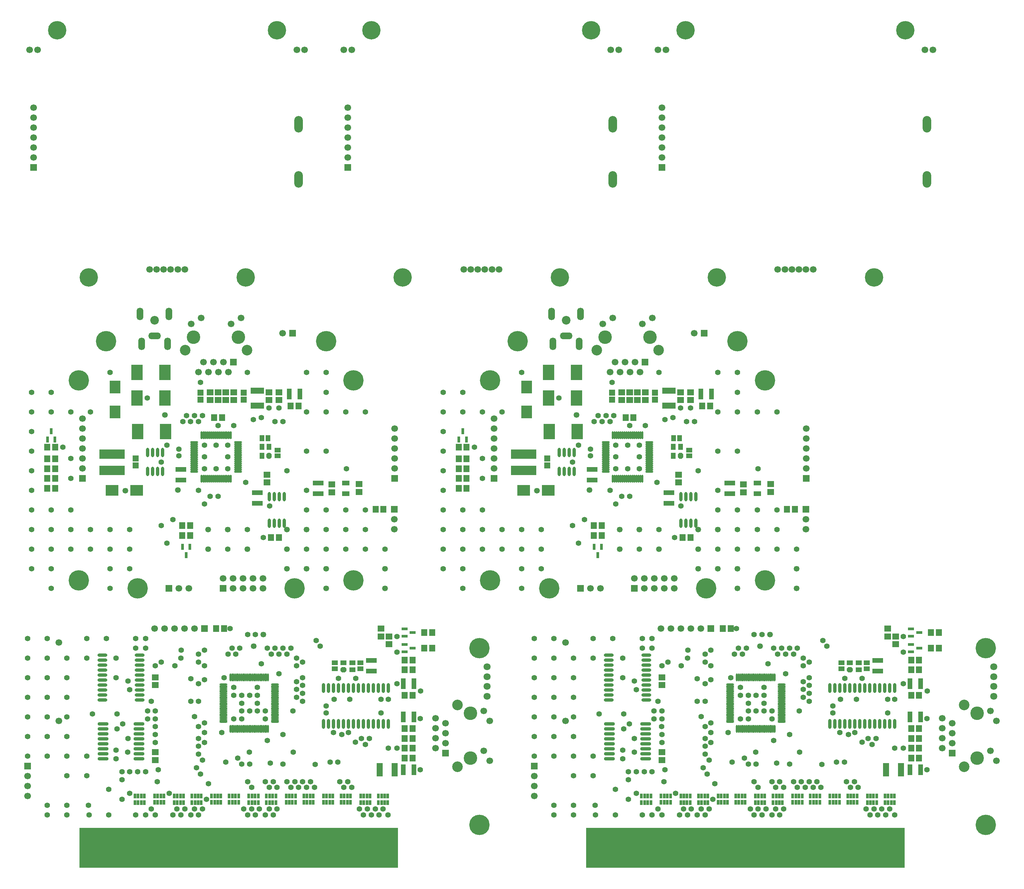
<source format=gts>
%FSLAX42Y42*%
%MOMM*%
G71*
G01*
G75*
G04 Layer_Color=8388736*
%ADD10C,0.20*%
%ADD11C,0.40*%
%ADD12O,1.27X7.62*%
%ADD13R,1.30X1.10*%
G04:AMPARAMS|DCode=14|XSize=1.3mm|YSize=1.1mm|CornerRadius=0mm|HoleSize=0mm|Usage=FLASHONLY|Rotation=360.000|XOffset=0mm|YOffset=0mm|HoleType=Round|Shape=Octagon|*
%AMOCTAGOND14*
4,1,8,0.65,-0.28,0.65,0.28,0.38,0.55,-0.38,0.55,-0.65,0.28,-0.65,-0.28,-0.38,-0.55,0.38,-0.55,0.65,-0.28,0.0*
%
%ADD14OCTAGOND14*%

%ADD15O,2.60X0.70*%
%ADD16R,1.40X3.30*%
%ADD17R,1.50X1.40*%
%ADD18R,1.40X1.50*%
%ADD19R,1.30X0.60*%
%ADD20R,1.40X1.10*%
%ADD21R,2.60X1.10*%
%ADD22R,1.10X2.60*%
%ADD23O,0.60X2.30*%
%ADD24O,2.30X0.70*%
%ADD25O,0.24X1.80*%
%ADD26O,1.80X0.24*%
%ADD27R,0.50X1.00*%
%ADD28C,0.50*%
%ADD29C,0.25*%
%ADD30C,1.00*%
%ADD31R,2.79X3.81*%
%ADD32R,2.50X3.00*%
%ADD33O,0.30X1.80*%
%ADD34O,1.80X0.30*%
%ADD35R,1.10X1.30*%
G04:AMPARAMS|DCode=36|XSize=1.3mm|YSize=1.1mm|CornerRadius=0mm|HoleSize=0mm|Usage=FLASHONLY|Rotation=90.000|XOffset=0mm|YOffset=0mm|HoleType=Round|Shape=Octagon|*
%AMOCTAGOND36*
4,1,8,0.28,0.65,-0.28,0.65,-0.55,0.38,-0.55,-0.38,-0.28,-0.65,0.28,-0.65,0.55,-0.38,0.55,0.38,0.28,0.65,0.0*
%
%ADD36OCTAGOND36*%

%ADD37O,0.60X2.20*%
%ADD38R,0.60X1.30*%
%ADD39R,6.30X2.15*%
%ADD40R,3.30X1.40*%
%ADD41R,3.00X2.50*%
%ADD42R,1.40X1.40*%
%ADD43R,1.10X1.40*%
%ADD44R,1.70X1.10*%
%ADD45C,0.25*%
%ADD46C,2.00*%
%ADD47C,0.30*%
%ADD48C,1.60*%
%ADD49C,5.00*%
%ADD50C,1.50*%
%ADD51R,1.50X1.50*%
%ADD52R,1.50X1.50*%
%ADD53C,3.25*%
%ADD54C,2.50*%
%ADD55C,1.20*%
%ADD56C,1.27*%
%ADD57O,1.50X3.00*%
%ADD58O,3.00X1.50*%
%ADD59C,2.00*%
%ADD60O,2.00X4.00*%
%ADD61C,4.50*%
%ADD62R,81.12X10.16*%
%ADD63O,1.47X7.82*%
%ADD64R,1.50X1.30*%
G04:AMPARAMS|DCode=65|XSize=1.5mm|YSize=1.3mm|CornerRadius=0mm|HoleSize=0mm|Usage=FLASHONLY|Rotation=360.000|XOffset=0mm|YOffset=0mm|HoleType=Round|Shape=Octagon|*
%AMOCTAGOND65*
4,1,8,0.75,-0.33,0.75,0.33,0.43,0.65,-0.43,0.65,-0.75,0.33,-0.75,-0.33,-0.43,-0.65,0.43,-0.65,0.75,-0.33,0.0*
%
%ADD65OCTAGOND65*%

%ADD66O,2.80X0.90*%
%ADD67R,1.60X3.50*%
%ADD68R,1.70X1.60*%
%ADD69R,1.60X1.70*%
%ADD70R,1.50X0.80*%
%ADD71R,1.60X1.30*%
%ADD72R,2.80X1.30*%
%ADD73R,1.30X2.80*%
%ADD74O,0.80X2.50*%
%ADD75O,2.50X0.90*%
%ADD76O,0.44X2.00*%
%ADD77O,2.00X0.44*%
%ADD78R,0.70X1.20*%
%ADD79R,3.00X4.01*%
%ADD80R,2.70X3.20*%
%ADD81O,0.50X2.00*%
%ADD82O,2.00X0.50*%
%ADD83R,1.30X1.50*%
G04:AMPARAMS|DCode=84|XSize=1.5mm|YSize=1.3mm|CornerRadius=0mm|HoleSize=0mm|Usage=FLASHONLY|Rotation=90.000|XOffset=0mm|YOffset=0mm|HoleType=Round|Shape=Octagon|*
%AMOCTAGOND84*
4,1,8,0.33,0.75,-0.33,0.75,-0.65,0.43,-0.65,-0.43,-0.33,-0.75,0.33,-0.75,0.65,-0.43,0.65,0.43,0.33,0.75,0.0*
%
%ADD84OCTAGOND84*%

%ADD85O,0.80X2.40*%
%ADD86R,0.80X1.50*%
%ADD87R,6.50X2.35*%
%ADD88R,3.50X1.60*%
%ADD89R,3.20X2.70*%
%ADD90R,1.60X1.60*%
%ADD91R,1.30X1.60*%
%ADD92R,1.90X1.30*%
%ADD93C,1.80*%
%ADD94C,5.20*%
%ADD95C,1.70*%
%ADD96R,1.70X1.70*%
%ADD97R,1.70X1.70*%
%ADD98C,3.45*%
%ADD99C,2.70*%
%ADD100C,1.40*%
%ADD101C,1.47*%
%ADD102O,1.70X3.20*%
%ADD103O,3.20X1.70*%
%ADD104C,2.20*%
%ADD105O,2.20X4.20*%
%ADD106C,4.70*%
D62*
X18323Y9957D02*
D03*
X31223D02*
D03*
D63*
X14505Y10020D02*
D03*
X14759D02*
D03*
X15013D02*
D03*
X15267D02*
D03*
X15521D02*
D03*
X15775D02*
D03*
X16029D02*
D03*
X16283D02*
D03*
X16537D02*
D03*
X16791D02*
D03*
X17045D02*
D03*
X17299D02*
D03*
X17553D02*
D03*
X17807D02*
D03*
X18061D02*
D03*
X18315D02*
D03*
X18569D02*
D03*
X18823D02*
D03*
X19077D02*
D03*
X19331D02*
D03*
X19585D02*
D03*
X19839D02*
D03*
X20093D02*
D03*
X20347D02*
D03*
X20601D02*
D03*
X20855D02*
D03*
X21109D02*
D03*
X21363D02*
D03*
X21617D02*
D03*
X21871D02*
D03*
X22125D02*
D03*
X27405D02*
D03*
X27659D02*
D03*
X27913D02*
D03*
X28167D02*
D03*
X28421D02*
D03*
X28675D02*
D03*
X28929D02*
D03*
X29183D02*
D03*
X29437D02*
D03*
X29691D02*
D03*
X29945D02*
D03*
X30199D02*
D03*
X30453D02*
D03*
X30707D02*
D03*
X30961D02*
D03*
X31215D02*
D03*
X31469D02*
D03*
X31723D02*
D03*
X31977D02*
D03*
X32231D02*
D03*
X32485D02*
D03*
X32739D02*
D03*
X32993D02*
D03*
X33247D02*
D03*
X33501D02*
D03*
X33755D02*
D03*
X34009D02*
D03*
X34263D02*
D03*
X34517D02*
D03*
X34771D02*
D03*
X35025D02*
D03*
D64*
X20985Y14675D02*
D03*
X21215Y14495D02*
D03*
Y14675D02*
D03*
X33885D02*
D03*
X34115Y14495D02*
D03*
Y14675D02*
D03*
D65*
X20985Y14495D02*
D03*
X33885D02*
D03*
D66*
X15784Y12227D02*
D03*
Y12354D02*
D03*
Y12481D02*
D03*
Y12608D02*
D03*
Y12735D02*
D03*
Y12862D02*
D03*
Y12989D02*
D03*
Y13116D02*
D03*
X14864Y12227D02*
D03*
Y12354D02*
D03*
Y12481D02*
D03*
Y12608D02*
D03*
Y12735D02*
D03*
Y12862D02*
D03*
Y12989D02*
D03*
Y13116D02*
D03*
X28684Y12227D02*
D03*
Y12354D02*
D03*
Y12481D02*
D03*
Y12608D02*
D03*
Y12735D02*
D03*
Y12862D02*
D03*
Y12989D02*
D03*
Y13116D02*
D03*
X27764Y12227D02*
D03*
Y12354D02*
D03*
Y12481D02*
D03*
Y12608D02*
D03*
Y12735D02*
D03*
Y12862D02*
D03*
Y12989D02*
D03*
Y13116D02*
D03*
D67*
X21909Y11946D02*
D03*
X22289D02*
D03*
X34809D02*
D03*
X35189D02*
D03*
D68*
X22149Y15346D02*
D03*
Y15146D02*
D03*
X21949Y15346D02*
D03*
Y15546D02*
D03*
X16199Y12196D02*
D03*
Y12396D02*
D03*
X16199Y14306D02*
D03*
Y14106D02*
D03*
X35049Y15346D02*
D03*
Y15146D02*
D03*
X34849Y15346D02*
D03*
Y15546D02*
D03*
X29099Y12196D02*
D03*
Y12396D02*
D03*
X29099Y14306D02*
D03*
Y14106D02*
D03*
X19046Y19271D02*
D03*
Y19471D02*
D03*
X21386Y19231D02*
D03*
Y19031D02*
D03*
X20696Y19021D02*
D03*
Y19221D02*
D03*
X18196Y21371D02*
D03*
Y21571D02*
D03*
X17996Y21371D02*
D03*
Y21571D02*
D03*
X17796Y21371D02*
D03*
Y21571D02*
D03*
X17596Y21371D02*
D03*
Y21571D02*
D03*
X19346Y21371D02*
D03*
Y21571D02*
D03*
X19096Y21371D02*
D03*
Y21571D02*
D03*
X29526Y19271D02*
D03*
Y19471D02*
D03*
X31866Y19231D02*
D03*
Y19031D02*
D03*
X31176Y19021D02*
D03*
Y19221D02*
D03*
X28676Y21371D02*
D03*
Y21571D02*
D03*
X28476Y21371D02*
D03*
Y21571D02*
D03*
X28276Y21371D02*
D03*
Y21571D02*
D03*
X28076Y21371D02*
D03*
Y21571D02*
D03*
X29826Y21371D02*
D03*
Y21571D02*
D03*
X29576Y21371D02*
D03*
Y21571D02*
D03*
D69*
X23049Y15046D02*
D03*
X23249D02*
D03*
X23049Y15446D02*
D03*
X23249D02*
D03*
X22549Y12996D02*
D03*
X22749D02*
D03*
X22549Y12746D02*
D03*
X22749D02*
D03*
X22549Y12496D02*
D03*
X22749D02*
D03*
X22549Y12246D02*
D03*
X22749D02*
D03*
Y13846D02*
D03*
X22549D02*
D03*
X22549Y14496D02*
D03*
X22749D02*
D03*
X22549Y14746D02*
D03*
X22749D02*
D03*
X17749Y15546D02*
D03*
X17949D02*
D03*
X35949Y15046D02*
D03*
X36149D02*
D03*
X35949Y15446D02*
D03*
X36149D02*
D03*
X35449Y12996D02*
D03*
X35649D02*
D03*
X35449Y12746D02*
D03*
X35649D02*
D03*
X35449Y12496D02*
D03*
X35649D02*
D03*
X35449Y12246D02*
D03*
X35649D02*
D03*
Y13846D02*
D03*
X35449D02*
D03*
X35449Y14496D02*
D03*
X35649D02*
D03*
X35449Y14746D02*
D03*
X35649D02*
D03*
X30649Y15546D02*
D03*
X30849D02*
D03*
X21807Y18583D02*
D03*
X22007D02*
D03*
X19846Y21221D02*
D03*
X19646D02*
D03*
X19146Y17871D02*
D03*
X19346D02*
D03*
X13646Y19121D02*
D03*
X13446D02*
D03*
X13646Y19621D02*
D03*
X13446D02*
D03*
Y19371D02*
D03*
X13646D02*
D03*
X13446Y19871D02*
D03*
X13646D02*
D03*
X17696Y20921D02*
D03*
X17896D02*
D03*
X13646Y20171D02*
D03*
X13446D02*
D03*
X17086Y17921D02*
D03*
X16886D02*
D03*
Y18171D02*
D03*
X17086D02*
D03*
X32287Y18583D02*
D03*
X32487D02*
D03*
X30326Y21221D02*
D03*
X30126D02*
D03*
X29626Y17871D02*
D03*
X29826D02*
D03*
X24126Y19121D02*
D03*
X23926D02*
D03*
X24126Y19621D02*
D03*
X23926D02*
D03*
Y19371D02*
D03*
X24126D02*
D03*
X23926Y19871D02*
D03*
X24126D02*
D03*
X28176Y20921D02*
D03*
X28376D02*
D03*
X24126Y20171D02*
D03*
X23926D02*
D03*
X27566Y17921D02*
D03*
X27366D02*
D03*
Y18171D02*
D03*
X27566D02*
D03*
D70*
X22544Y15141D02*
D03*
Y14951D02*
D03*
X22754Y15046D02*
D03*
X22544Y15541D02*
D03*
Y15351D02*
D03*
X22754Y15446D02*
D03*
X35444Y15141D02*
D03*
Y14951D02*
D03*
X35654Y15046D02*
D03*
X35444Y15541D02*
D03*
Y15351D02*
D03*
X35654Y15446D02*
D03*
D71*
X20769Y14671D02*
D03*
Y14521D02*
D03*
X21419Y14671D02*
D03*
Y14521D02*
D03*
X33669Y14671D02*
D03*
Y14521D02*
D03*
X34319Y14671D02*
D03*
Y14521D02*
D03*
X19316Y19946D02*
D03*
Y20096D02*
D03*
X29796Y19946D02*
D03*
Y20096D02*
D03*
D72*
X21699Y14731D02*
D03*
Y14461D02*
D03*
X34599Y14731D02*
D03*
Y14461D02*
D03*
X20346Y19256D02*
D03*
Y18986D02*
D03*
X16846Y19606D02*
D03*
Y19336D02*
D03*
X18796Y19006D02*
D03*
Y18736D02*
D03*
X30826Y19256D02*
D03*
Y18986D02*
D03*
X27326Y19606D02*
D03*
Y19336D02*
D03*
X29276Y19006D02*
D03*
Y18736D02*
D03*
D73*
X22784Y14146D02*
D03*
X22514D02*
D03*
X22784Y13296D02*
D03*
X22514D02*
D03*
X22784Y11946D02*
D03*
X22514D02*
D03*
X35684Y14146D02*
D03*
X35414D02*
D03*
X35684Y13296D02*
D03*
X35414D02*
D03*
X35684Y11946D02*
D03*
X35414D02*
D03*
X19611Y21521D02*
D03*
X19881D02*
D03*
X30091D02*
D03*
X30361D02*
D03*
D74*
X20477Y13120D02*
D03*
X20604D02*
D03*
X20731D02*
D03*
X20858D02*
D03*
X20985D02*
D03*
X21112D02*
D03*
X21239D02*
D03*
X21366D02*
D03*
X21493D02*
D03*
X21620D02*
D03*
X21747D02*
D03*
X21874D02*
D03*
X22001D02*
D03*
X22128D02*
D03*
X20477Y14030D02*
D03*
X20604D02*
D03*
X20731D02*
D03*
X20858D02*
D03*
X20985D02*
D03*
X21112D02*
D03*
X21239D02*
D03*
X21366D02*
D03*
X21493D02*
D03*
X21620D02*
D03*
X21747D02*
D03*
X21874D02*
D03*
X22001D02*
D03*
X22128D02*
D03*
X33377Y13120D02*
D03*
X33504D02*
D03*
X33631D02*
D03*
X33758D02*
D03*
X33885D02*
D03*
X34012D02*
D03*
X34139D02*
D03*
X34266D02*
D03*
X34393D02*
D03*
X34520D02*
D03*
X34647D02*
D03*
X34774D02*
D03*
X34901D02*
D03*
X35028D02*
D03*
X33377Y14030D02*
D03*
X33504D02*
D03*
X33631D02*
D03*
X33758D02*
D03*
X33885D02*
D03*
X34012D02*
D03*
X34139D02*
D03*
X34266D02*
D03*
X34393D02*
D03*
X34520D02*
D03*
X34647D02*
D03*
X34774D02*
D03*
X34901D02*
D03*
X35028D02*
D03*
D75*
X15799Y13725D02*
D03*
Y13852D02*
D03*
Y13979D02*
D03*
Y14106D02*
D03*
Y14233D02*
D03*
Y14360D02*
D03*
Y14487D02*
D03*
Y14614D02*
D03*
Y14741D02*
D03*
Y14868D02*
D03*
X14849Y13725D02*
D03*
Y13852D02*
D03*
Y13979D02*
D03*
Y14106D02*
D03*
Y14233D02*
D03*
Y14360D02*
D03*
Y14487D02*
D03*
Y14614D02*
D03*
Y14741D02*
D03*
Y14868D02*
D03*
X28699Y13725D02*
D03*
Y13852D02*
D03*
Y13979D02*
D03*
Y14106D02*
D03*
Y14233D02*
D03*
Y14360D02*
D03*
Y14487D02*
D03*
Y14614D02*
D03*
Y14741D02*
D03*
Y14868D02*
D03*
X27749Y13725D02*
D03*
Y13852D02*
D03*
Y13979D02*
D03*
Y14106D02*
D03*
Y14233D02*
D03*
Y14360D02*
D03*
Y14487D02*
D03*
Y14614D02*
D03*
Y14741D02*
D03*
Y14868D02*
D03*
D76*
X19069Y14301D02*
D03*
X19029D02*
D03*
X18989D02*
D03*
X18949D02*
D03*
X18909D02*
D03*
X18869D02*
D03*
X18829D02*
D03*
X18789D02*
D03*
X18749D02*
D03*
X18709D02*
D03*
X18669D02*
D03*
X18629D02*
D03*
X18589D02*
D03*
X18549D02*
D03*
X18509D02*
D03*
X18469D02*
D03*
X18429D02*
D03*
X18389D02*
D03*
X18349D02*
D03*
X18309D02*
D03*
X18269D02*
D03*
X18229D02*
D03*
X18189D02*
D03*
X18149D02*
D03*
X18109D02*
D03*
Y12991D02*
D03*
X18149D02*
D03*
X18189D02*
D03*
X18229D02*
D03*
X18269D02*
D03*
X18309D02*
D03*
X18349D02*
D03*
X18389D02*
D03*
X18429D02*
D03*
X18469D02*
D03*
X18509D02*
D03*
X18549D02*
D03*
X18589D02*
D03*
X18629D02*
D03*
X18669D02*
D03*
X18709D02*
D03*
X18749D02*
D03*
X18789D02*
D03*
X18829D02*
D03*
X18869D02*
D03*
X18909D02*
D03*
X18949D02*
D03*
X18989D02*
D03*
X19029D02*
D03*
X19069D02*
D03*
X31969Y14301D02*
D03*
X31929D02*
D03*
X31889D02*
D03*
X31849D02*
D03*
X31809D02*
D03*
X31769D02*
D03*
X31729D02*
D03*
X31689D02*
D03*
X31649D02*
D03*
X31609D02*
D03*
X31569D02*
D03*
X31529D02*
D03*
X31489D02*
D03*
X31449D02*
D03*
X31409D02*
D03*
X31369D02*
D03*
X31329D02*
D03*
X31289D02*
D03*
X31249D02*
D03*
X31209D02*
D03*
X31169D02*
D03*
X31129D02*
D03*
X31089D02*
D03*
X31049D02*
D03*
X31009D02*
D03*
Y12991D02*
D03*
X31049D02*
D03*
X31089D02*
D03*
X31129D02*
D03*
X31169D02*
D03*
X31209D02*
D03*
X31249D02*
D03*
X31289D02*
D03*
X31329D02*
D03*
X31369D02*
D03*
X31409D02*
D03*
X31449D02*
D03*
X31489D02*
D03*
X31529D02*
D03*
X31569D02*
D03*
X31609D02*
D03*
X31649D02*
D03*
X31689D02*
D03*
X31729D02*
D03*
X31769D02*
D03*
X31809D02*
D03*
X31849D02*
D03*
X31889D02*
D03*
X31929D02*
D03*
X31969D02*
D03*
D77*
X17934Y14126D02*
D03*
Y14086D02*
D03*
Y14046D02*
D03*
Y14006D02*
D03*
Y13966D02*
D03*
Y13926D02*
D03*
Y13886D02*
D03*
Y13846D02*
D03*
Y13806D02*
D03*
Y13766D02*
D03*
Y13726D02*
D03*
Y13686D02*
D03*
Y13646D02*
D03*
Y13606D02*
D03*
Y13566D02*
D03*
Y13526D02*
D03*
Y13486D02*
D03*
Y13446D02*
D03*
Y13406D02*
D03*
Y13366D02*
D03*
Y13326D02*
D03*
Y13286D02*
D03*
Y13246D02*
D03*
Y13206D02*
D03*
Y13166D02*
D03*
X19244D02*
D03*
Y13206D02*
D03*
Y13246D02*
D03*
Y13286D02*
D03*
Y13326D02*
D03*
Y13366D02*
D03*
Y13406D02*
D03*
Y13446D02*
D03*
Y13486D02*
D03*
Y13526D02*
D03*
Y13566D02*
D03*
Y13606D02*
D03*
Y13646D02*
D03*
Y13686D02*
D03*
Y13726D02*
D03*
Y13766D02*
D03*
Y13806D02*
D03*
Y13846D02*
D03*
Y13886D02*
D03*
Y13926D02*
D03*
Y13966D02*
D03*
Y14006D02*
D03*
Y14046D02*
D03*
Y14086D02*
D03*
Y14126D02*
D03*
X30834D02*
D03*
Y14086D02*
D03*
Y14046D02*
D03*
Y14006D02*
D03*
Y13966D02*
D03*
Y13926D02*
D03*
Y13886D02*
D03*
Y13846D02*
D03*
Y13806D02*
D03*
Y13766D02*
D03*
Y13726D02*
D03*
Y13686D02*
D03*
Y13646D02*
D03*
Y13606D02*
D03*
Y13566D02*
D03*
Y13526D02*
D03*
Y13486D02*
D03*
Y13446D02*
D03*
Y13406D02*
D03*
Y13366D02*
D03*
Y13326D02*
D03*
Y13286D02*
D03*
Y13246D02*
D03*
Y13206D02*
D03*
Y13166D02*
D03*
X32144D02*
D03*
Y13206D02*
D03*
Y13246D02*
D03*
Y13286D02*
D03*
Y13326D02*
D03*
Y13366D02*
D03*
Y13406D02*
D03*
Y13446D02*
D03*
Y13486D02*
D03*
Y13526D02*
D03*
Y13566D02*
D03*
Y13606D02*
D03*
Y13646D02*
D03*
Y13686D02*
D03*
Y13726D02*
D03*
Y13766D02*
D03*
Y13806D02*
D03*
Y13846D02*
D03*
Y13886D02*
D03*
Y13926D02*
D03*
Y13966D02*
D03*
Y14006D02*
D03*
Y14046D02*
D03*
Y14086D02*
D03*
Y14126D02*
D03*
D78*
X22119Y11114D02*
D03*
X22039D02*
D03*
X21959D02*
D03*
X21879D02*
D03*
Y11276D02*
D03*
X21959D02*
D03*
X22039D02*
D03*
X22119D02*
D03*
X21669D02*
D03*
X21589D02*
D03*
X21509D02*
D03*
X21429D02*
D03*
Y11114D02*
D03*
X21509D02*
D03*
X21589D02*
D03*
X21669D02*
D03*
X19269D02*
D03*
X19189D02*
D03*
X19109D02*
D03*
X19029D02*
D03*
Y11276D02*
D03*
X19109D02*
D03*
X19189D02*
D03*
X19269D02*
D03*
X18819D02*
D03*
X18739D02*
D03*
X18659D02*
D03*
X18579D02*
D03*
Y11114D02*
D03*
X18659D02*
D03*
X18739D02*
D03*
X18819D02*
D03*
X17369D02*
D03*
X17289D02*
D03*
X17209D02*
D03*
X17129D02*
D03*
Y11276D02*
D03*
X17209D02*
D03*
X17289D02*
D03*
X17369D02*
D03*
X16919D02*
D03*
X16839D02*
D03*
X16759D02*
D03*
X16679D02*
D03*
Y11114D02*
D03*
X16759D02*
D03*
X16839D02*
D03*
X16919D02*
D03*
X16179Y11279D02*
D03*
X16259D02*
D03*
X16339D02*
D03*
X16419D02*
D03*
Y11116D02*
D03*
X16339D02*
D03*
X16259D02*
D03*
X16179D02*
D03*
X20929D02*
D03*
X21009D02*
D03*
X21089D02*
D03*
X21169D02*
D03*
Y11279D02*
D03*
X21089D02*
D03*
X21009D02*
D03*
X20929D02*
D03*
X20479D02*
D03*
X20559D02*
D03*
X20639D02*
D03*
X20719D02*
D03*
Y11116D02*
D03*
X20639D02*
D03*
X20559D02*
D03*
X20479D02*
D03*
X19979D02*
D03*
X20059D02*
D03*
X20139D02*
D03*
X20219D02*
D03*
Y11279D02*
D03*
X20139D02*
D03*
X20059D02*
D03*
X19979D02*
D03*
X19529D02*
D03*
X19609D02*
D03*
X19689D02*
D03*
X19769D02*
D03*
Y11116D02*
D03*
X19689D02*
D03*
X19609D02*
D03*
X19529D02*
D03*
X18079D02*
D03*
X18159D02*
D03*
X18239D02*
D03*
X18319D02*
D03*
Y11279D02*
D03*
X18239D02*
D03*
X18159D02*
D03*
X18079D02*
D03*
X17629D02*
D03*
X17709D02*
D03*
X17789D02*
D03*
X17869D02*
D03*
Y11116D02*
D03*
X17789D02*
D03*
X17709D02*
D03*
X17629D02*
D03*
X15919Y11276D02*
D03*
X15839D02*
D03*
X15759D02*
D03*
X15679D02*
D03*
Y11114D02*
D03*
X15759D02*
D03*
X15839D02*
D03*
X15919D02*
D03*
X35019D02*
D03*
X34939D02*
D03*
X34859D02*
D03*
X34779D02*
D03*
Y11276D02*
D03*
X34859D02*
D03*
X34939D02*
D03*
X35019D02*
D03*
X34569D02*
D03*
X34489D02*
D03*
X34409D02*
D03*
X34329D02*
D03*
Y11114D02*
D03*
X34409D02*
D03*
X34489D02*
D03*
X34569D02*
D03*
X32169D02*
D03*
X32089D02*
D03*
X32009D02*
D03*
X31929D02*
D03*
Y11276D02*
D03*
X32009D02*
D03*
X32089D02*
D03*
X32169D02*
D03*
X31719D02*
D03*
X31639D02*
D03*
X31559D02*
D03*
X31479D02*
D03*
Y11114D02*
D03*
X31559D02*
D03*
X31639D02*
D03*
X31719D02*
D03*
X30269D02*
D03*
X30189D02*
D03*
X30109D02*
D03*
X30029D02*
D03*
Y11276D02*
D03*
X30109D02*
D03*
X30189D02*
D03*
X30269D02*
D03*
X29819D02*
D03*
X29739D02*
D03*
X29659D02*
D03*
X29579D02*
D03*
Y11114D02*
D03*
X29659D02*
D03*
X29739D02*
D03*
X29819D02*
D03*
X29079Y11279D02*
D03*
X29159D02*
D03*
X29239D02*
D03*
X29319D02*
D03*
Y11116D02*
D03*
X29239D02*
D03*
X29159D02*
D03*
X29079D02*
D03*
X33829D02*
D03*
X33909D02*
D03*
X33989D02*
D03*
X34069D02*
D03*
Y11279D02*
D03*
X33989D02*
D03*
X33909D02*
D03*
X33829D02*
D03*
X33379D02*
D03*
X33459D02*
D03*
X33539D02*
D03*
X33619D02*
D03*
Y11116D02*
D03*
X33539D02*
D03*
X33459D02*
D03*
X33379D02*
D03*
X32879D02*
D03*
X32959D02*
D03*
X33039D02*
D03*
X33119D02*
D03*
Y11279D02*
D03*
X33039D02*
D03*
X32959D02*
D03*
X32879D02*
D03*
X32429D02*
D03*
X32509D02*
D03*
X32589D02*
D03*
X32669D02*
D03*
Y11116D02*
D03*
X32589D02*
D03*
X32509D02*
D03*
X32429D02*
D03*
X30979D02*
D03*
X31059D02*
D03*
X31139D02*
D03*
X31219D02*
D03*
Y11279D02*
D03*
X31139D02*
D03*
X31059D02*
D03*
X30979D02*
D03*
X30529D02*
D03*
X30609D02*
D03*
X30689D02*
D03*
X30769D02*
D03*
Y11116D02*
D03*
X30689D02*
D03*
X30609D02*
D03*
X30529D02*
D03*
X28819Y11276D02*
D03*
X28739D02*
D03*
X28659D02*
D03*
X28579D02*
D03*
Y11114D02*
D03*
X28659D02*
D03*
X28739D02*
D03*
X28819D02*
D03*
D79*
X15746Y20571D02*
D03*
X16458D02*
D03*
X16446Y21421D02*
D03*
X15733D02*
D03*
X16446Y22071D02*
D03*
X15733D02*
D03*
X26226Y20571D02*
D03*
X26938D02*
D03*
X26926Y21421D02*
D03*
X26213D02*
D03*
X26926Y22071D02*
D03*
X26213D02*
D03*
D80*
X15171Y21701D02*
D03*
Y21071D02*
D03*
X25651Y21701D02*
D03*
Y21071D02*
D03*
D81*
X17371Y20476D02*
D03*
X17421D02*
D03*
X17471D02*
D03*
X17521D02*
D03*
X17571D02*
D03*
X17621D02*
D03*
X17671D02*
D03*
X17721D02*
D03*
X17771D02*
D03*
X17821D02*
D03*
X17871D02*
D03*
X17921D02*
D03*
X17971D02*
D03*
X18021D02*
D03*
X18071D02*
D03*
X18121D02*
D03*
Y19366D02*
D03*
X18071D02*
D03*
X18021D02*
D03*
X17971D02*
D03*
X17921D02*
D03*
X17871D02*
D03*
X17821D02*
D03*
X17771D02*
D03*
X17721D02*
D03*
X17671D02*
D03*
X17621D02*
D03*
X17571D02*
D03*
X17521D02*
D03*
X17471D02*
D03*
X17421D02*
D03*
X17371D02*
D03*
X27851Y20476D02*
D03*
X27901D02*
D03*
X27951D02*
D03*
X28001D02*
D03*
X28051D02*
D03*
X28101D02*
D03*
X28151D02*
D03*
X28201D02*
D03*
X28251D02*
D03*
X28301D02*
D03*
X28351D02*
D03*
X28401D02*
D03*
X28451D02*
D03*
X28501D02*
D03*
X28551D02*
D03*
X28601D02*
D03*
Y19366D02*
D03*
X28551D02*
D03*
X28501D02*
D03*
X28451D02*
D03*
X28401D02*
D03*
X28351D02*
D03*
X28301D02*
D03*
X28251D02*
D03*
X28201D02*
D03*
X28151D02*
D03*
X28101D02*
D03*
X28051D02*
D03*
X28001D02*
D03*
X27951D02*
D03*
X27901D02*
D03*
X27851D02*
D03*
D82*
X18301Y20296D02*
D03*
Y20246D02*
D03*
Y20196D02*
D03*
Y20146D02*
D03*
Y20096D02*
D03*
Y20046D02*
D03*
Y19996D02*
D03*
Y19946D02*
D03*
Y19896D02*
D03*
Y19846D02*
D03*
Y19796D02*
D03*
Y19746D02*
D03*
Y19696D02*
D03*
Y19646D02*
D03*
Y19596D02*
D03*
Y19546D02*
D03*
X17191D02*
D03*
Y19596D02*
D03*
Y19646D02*
D03*
Y19696D02*
D03*
Y19746D02*
D03*
Y19796D02*
D03*
Y19846D02*
D03*
Y19896D02*
D03*
Y19946D02*
D03*
Y19996D02*
D03*
Y20046D02*
D03*
Y20096D02*
D03*
Y20146D02*
D03*
Y20196D02*
D03*
Y20246D02*
D03*
Y20296D02*
D03*
X28781D02*
D03*
Y20246D02*
D03*
Y20196D02*
D03*
Y20146D02*
D03*
Y20096D02*
D03*
Y20046D02*
D03*
Y19996D02*
D03*
Y19946D02*
D03*
Y19896D02*
D03*
Y19846D02*
D03*
Y19796D02*
D03*
Y19746D02*
D03*
Y19696D02*
D03*
Y19646D02*
D03*
Y19596D02*
D03*
Y19546D02*
D03*
X27671D02*
D03*
Y19596D02*
D03*
Y19646D02*
D03*
Y19696D02*
D03*
Y19746D02*
D03*
Y19796D02*
D03*
Y19846D02*
D03*
Y19896D02*
D03*
Y19946D02*
D03*
Y19996D02*
D03*
Y20046D02*
D03*
Y20096D02*
D03*
Y20146D02*
D03*
Y20196D02*
D03*
Y20246D02*
D03*
Y20296D02*
D03*
D83*
X18911Y19946D02*
D03*
X19091Y20176D02*
D03*
X18911D02*
D03*
X29391Y19946D02*
D03*
X29571Y20176D02*
D03*
X29391D02*
D03*
D84*
X19091Y19946D02*
D03*
X29571D02*
D03*
D85*
X19486Y18911D02*
D03*
X19359D02*
D03*
X19232D02*
D03*
X19105D02*
D03*
X19486Y18231D02*
D03*
X19359D02*
D03*
X19232D02*
D03*
X19105D02*
D03*
X16386Y20031D02*
D03*
X16259D02*
D03*
X16132D02*
D03*
X16005D02*
D03*
X16386Y19551D02*
D03*
X16259D02*
D03*
X16132D02*
D03*
X16005D02*
D03*
X29966Y18911D02*
D03*
X29839D02*
D03*
X29712D02*
D03*
X29585D02*
D03*
X29966Y18231D02*
D03*
X29839D02*
D03*
X29712D02*
D03*
X29585D02*
D03*
X26866Y20031D02*
D03*
X26739D02*
D03*
X26612D02*
D03*
X26485D02*
D03*
X26866Y19551D02*
D03*
X26739D02*
D03*
X26612D02*
D03*
X26485D02*
D03*
D86*
X13546Y20576D02*
D03*
X13641Y20366D02*
D03*
X13451D02*
D03*
X16986Y17416D02*
D03*
X16891Y17626D02*
D03*
X17081D02*
D03*
X24026Y20576D02*
D03*
X24121Y20366D02*
D03*
X23931D02*
D03*
X27466Y17416D02*
D03*
X27371Y17626D02*
D03*
X27561D02*
D03*
D87*
X15096Y19991D02*
D03*
Y19576D02*
D03*
X25576Y19991D02*
D03*
Y19576D02*
D03*
D88*
X18796Y21231D02*
D03*
Y21611D02*
D03*
X29276Y21231D02*
D03*
Y21611D02*
D03*
D89*
X15726Y19071D02*
D03*
X15096D02*
D03*
X26206D02*
D03*
X25576D02*
D03*
D90*
X18446Y21561D02*
D03*
Y21381D02*
D03*
X17346Y21561D02*
D03*
Y21381D02*
D03*
X15696Y19881D02*
D03*
Y19701D02*
D03*
X28926Y21561D02*
D03*
Y21381D02*
D03*
X27826Y21561D02*
D03*
Y21381D02*
D03*
X26176Y19881D02*
D03*
Y19701D02*
D03*
D91*
X19066Y20396D02*
D03*
X18916D02*
D03*
X29546D02*
D03*
X29396D02*
D03*
D92*
X21046Y18986D02*
D03*
Y19256D02*
D03*
X31526Y18986D02*
D03*
Y19256D02*
D03*
D93*
X24649Y14073D02*
D03*
Y13819D02*
D03*
Y14573D02*
D03*
Y14319D02*
D03*
X37549Y14073D02*
D03*
Y13819D02*
D03*
Y14573D02*
D03*
Y14319D02*
D03*
D94*
X24449Y15046D02*
D03*
Y10546D02*
D03*
X37349Y15046D02*
D03*
Y10546D02*
D03*
X21246Y16771D02*
D03*
Y21871D02*
D03*
X14246D02*
D03*
Y16771D02*
D03*
X14946Y22871D02*
D03*
X20546D02*
D03*
X15746Y16571D02*
D03*
X19746D02*
D03*
X31726Y16771D02*
D03*
Y21871D02*
D03*
X24726D02*
D03*
Y16771D02*
D03*
X25426Y22871D02*
D03*
X31026D02*
D03*
X26226Y16571D02*
D03*
X30226D02*
D03*
D95*
X16179Y15546D02*
D03*
X16433D02*
D03*
X16687D02*
D03*
X16941D02*
D03*
X17195D02*
D03*
X12949Y11792D02*
D03*
Y11538D02*
D03*
Y11284D02*
D03*
X13743Y13192D02*
D03*
Y15192D02*
D03*
X23589Y13131D02*
D03*
X24562Y12435D02*
D03*
X24714Y13192D02*
D03*
X23589Y12877D02*
D03*
Y12623D02*
D03*
X24714Y12181D02*
D03*
X23335Y13004D02*
D03*
Y12750D02*
D03*
Y12496D02*
D03*
X24562Y13446D02*
D03*
X23335Y13258D02*
D03*
X29079Y15546D02*
D03*
X29333D02*
D03*
X29587D02*
D03*
X29841D02*
D03*
X30095D02*
D03*
X25849Y11792D02*
D03*
Y11538D02*
D03*
Y11284D02*
D03*
X26643Y13192D02*
D03*
Y15192D02*
D03*
X36489Y13131D02*
D03*
X37462Y12435D02*
D03*
X37614Y13192D02*
D03*
X36489Y12877D02*
D03*
Y12623D02*
D03*
X37614Y12181D02*
D03*
X36235Y13004D02*
D03*
Y12750D02*
D03*
Y12496D02*
D03*
X37462Y13446D02*
D03*
X36235Y13258D02*
D03*
X17054Y16571D02*
D03*
X16800D02*
D03*
X19442Y23071D02*
D03*
X17301Y22082D02*
D03*
X17113Y23309D02*
D03*
X18063Y22082D02*
D03*
X17809D02*
D03*
X17555D02*
D03*
X18378Y23462D02*
D03*
X17936Y22336D02*
D03*
X17682D02*
D03*
X17367Y23462D02*
D03*
X18124Y23309D02*
D03*
X17428Y22336D02*
D03*
X22296Y20641D02*
D03*
Y20387D02*
D03*
Y20133D02*
D03*
Y19879D02*
D03*
Y19625D02*
D03*
X22288Y18075D02*
D03*
Y18329D02*
D03*
X14346Y20895D02*
D03*
Y20641D02*
D03*
Y20387D02*
D03*
Y20133D02*
D03*
Y19625D02*
D03*
Y19879D02*
D03*
X17921Y16825D02*
D03*
X18175Y16571D02*
D03*
Y16825D02*
D03*
X18429Y16571D02*
D03*
Y16825D02*
D03*
X18683Y16571D02*
D03*
Y16825D02*
D03*
X18937Y16571D02*
D03*
Y16825D02*
D03*
X27534Y16571D02*
D03*
X27280D02*
D03*
X29922Y23071D02*
D03*
X27781Y22082D02*
D03*
X27593Y23309D02*
D03*
X28543Y22082D02*
D03*
X28289D02*
D03*
X28035D02*
D03*
X28858Y23462D02*
D03*
X28416Y22336D02*
D03*
X28162D02*
D03*
X27847Y23462D02*
D03*
X28604Y23309D02*
D03*
X27908Y22336D02*
D03*
X32776Y20641D02*
D03*
Y20387D02*
D03*
Y20133D02*
D03*
Y19879D02*
D03*
Y19625D02*
D03*
X32768Y18075D02*
D03*
Y18329D02*
D03*
X24826Y20895D02*
D03*
Y20641D02*
D03*
Y20387D02*
D03*
Y20133D02*
D03*
Y19625D02*
D03*
Y19879D02*
D03*
X28401Y16825D02*
D03*
X28655Y16571D02*
D03*
Y16825D02*
D03*
X28909Y16571D02*
D03*
Y16825D02*
D03*
X29163Y16571D02*
D03*
Y16825D02*
D03*
X29417Y16571D02*
D03*
Y16825D02*
D03*
X16050Y24696D02*
D03*
X16230D02*
D03*
X16410D02*
D03*
X16590D02*
D03*
X16770D02*
D03*
X16950D02*
D03*
X13000Y30296D02*
D03*
X13200D02*
D03*
X20000D02*
D03*
X19800D02*
D03*
X13100Y28820D02*
D03*
Y28566D02*
D03*
Y28312D02*
D03*
Y28058D02*
D03*
Y27550D02*
D03*
Y27804D02*
D03*
X24050Y24696D02*
D03*
X24230D02*
D03*
X24410D02*
D03*
X24590D02*
D03*
X24770D02*
D03*
X24950D02*
D03*
X21000Y30296D02*
D03*
X21200D02*
D03*
X28000D02*
D03*
X27800D02*
D03*
X21100Y28820D02*
D03*
Y28566D02*
D03*
Y28312D02*
D03*
Y28058D02*
D03*
Y27550D02*
D03*
Y27804D02*
D03*
X32050Y24696D02*
D03*
X32230D02*
D03*
X32410D02*
D03*
X32590D02*
D03*
X32770D02*
D03*
X32950D02*
D03*
X29000Y30296D02*
D03*
X29200D02*
D03*
X36000D02*
D03*
X35800D02*
D03*
X29100Y28820D02*
D03*
Y28566D02*
D03*
Y28312D02*
D03*
Y28058D02*
D03*
Y27550D02*
D03*
Y27804D02*
D03*
D96*
X17449Y15546D02*
D03*
X30349D02*
D03*
X16546Y16571D02*
D03*
X19696Y23071D02*
D03*
X18190Y22336D02*
D03*
X17921Y16571D02*
D03*
X27026D02*
D03*
X30176Y23071D02*
D03*
X28670Y22336D02*
D03*
X28401Y16571D02*
D03*
D97*
X12949Y12046D02*
D03*
X23589Y12369D02*
D03*
X25849Y12046D02*
D03*
X36489Y12369D02*
D03*
X22296Y19371D02*
D03*
X22288Y18583D02*
D03*
X14346Y19371D02*
D03*
X32776D02*
D03*
X32768Y18583D02*
D03*
X24826Y19371D02*
D03*
X13100Y27296D02*
D03*
X21100D02*
D03*
X29100D02*
D03*
D98*
X24224Y12242D02*
D03*
Y13385D02*
D03*
X37124Y12242D02*
D03*
Y13385D02*
D03*
X17174Y22971D02*
D03*
X18317D02*
D03*
X27654D02*
D03*
X28797D02*
D03*
D99*
X23894Y12026D02*
D03*
Y13600D02*
D03*
X36794Y12026D02*
D03*
Y13600D02*
D03*
X16958Y22641D02*
D03*
X18533D02*
D03*
X27438D02*
D03*
X29013D02*
D03*
D100*
X17989Y12146D02*
D03*
X18599Y12096D02*
D03*
X18549Y11646D02*
D03*
Y10796D02*
D03*
X18649Y10946D02*
D03*
X18849D02*
D03*
X17249Y11996D02*
D03*
X17352Y11843D02*
D03*
X17399Y12196D02*
D03*
X18749Y10796D02*
D03*
X17099Y14271D02*
D03*
X15499Y14206D02*
D03*
X16349Y14696D02*
D03*
X19449Y12096D02*
D03*
X19349Y14396D02*
D03*
X18799Y14046D02*
D03*
X18199Y13246D02*
D03*
X18399D02*
D03*
X18999Y13446D02*
D03*
X19449Y12846D02*
D03*
X19709Y12396D02*
D03*
X19699Y13446D02*
D03*
X19049Y12696D02*
D03*
X18589Y12396D02*
D03*
X17299Y12346D02*
D03*
Y12546D02*
D03*
X17449Y12646D02*
D03*
X17299Y12746D02*
D03*
X17889Y12896D02*
D03*
X17449Y12896D02*
D03*
X17299Y13046D02*
D03*
X17449Y13146D02*
D03*
X16195Y13046D02*
D03*
X15546Y13986D02*
D03*
X16099Y13696D02*
D03*
X16199Y14596D02*
D03*
X16694D02*
D03*
X16859Y14996D02*
D03*
X17199Y13306D02*
D03*
X17099Y13696D02*
D03*
X17299Y14146D02*
D03*
X17449Y14246D02*
D03*
X17449Y14596D02*
D03*
X17449Y14996D02*
D03*
X18799Y13446D02*
D03*
Y13646D02*
D03*
Y13846D02*
D03*
X18399Y13446D02*
D03*
X18599D02*
D03*
Y13846D02*
D03*
X18399D02*
D03*
Y13646D02*
D03*
X18099Y15546D02*
D03*
X18049Y14896D02*
D03*
X18149Y15046D02*
D03*
X18249Y14896D02*
D03*
X18349Y15046D02*
D03*
X18549Y15396D02*
D03*
X18749D02*
D03*
X18899Y14646D02*
D03*
X19049Y15046D02*
D03*
X19149Y14896D02*
D03*
X19249Y15046D02*
D03*
X19346Y14896D02*
D03*
X19449Y15046D02*
D03*
X19549Y14896D02*
D03*
X20299Y15246D02*
D03*
X20399Y15096D02*
D03*
X19649Y15046D02*
D03*
X19799Y14796D02*
D03*
Y14596D02*
D03*
X19949Y14696D02*
D03*
X19799Y13996D02*
D03*
Y14196D02*
D03*
X19949Y14296D02*
D03*
Y14096D02*
D03*
Y13896D02*
D03*
X19799Y13796D02*
D03*
X19949Y13696D02*
D03*
X21649Y12746D02*
D03*
X21297Y12648D02*
D03*
X20949Y12846D02*
D03*
X21112Y12900D02*
D03*
X20731Y12899D02*
D03*
X20549Y13396D02*
D03*
Y13576D02*
D03*
X21149Y13746D02*
D03*
X22349Y15346D02*
D03*
Y14946D02*
D03*
X22954Y13956D02*
D03*
X21949Y13396D02*
D03*
Y13746D02*
D03*
X22128D02*
D03*
X22349Y14146D02*
D03*
X22949Y13256D02*
D03*
X22129Y12496D02*
D03*
X22349Y12496D02*
D03*
X21199Y11496D02*
D03*
X21099Y11646D02*
D03*
X20999Y11496D02*
D03*
X20899Y11646D02*
D03*
X20849Y12146D02*
D03*
X20649Y12146D02*
D03*
X19749Y11646D02*
D03*
X19549D02*
D03*
X19299Y11496D02*
D03*
X18299Y12246D02*
D03*
X18399Y12096D02*
D03*
X17549Y11596D02*
D03*
X17399Y10946D02*
D03*
X17299Y10796D02*
D03*
X17199Y10946D02*
D03*
X17099Y10796D02*
D03*
X16949Y10946D02*
D03*
X16849Y10796D02*
D03*
X16749Y10946D02*
D03*
X16649Y10796D02*
D03*
X16274Y11946D02*
D03*
X16249Y11646D02*
D03*
X16199Y10796D02*
D03*
X16099Y10946D02*
D03*
X15949Y10796D02*
D03*
X14509Y10796D02*
D03*
X15013Y10796D02*
D03*
X15549Y11346D02*
D03*
X15349Y11896D02*
D03*
Y11696D02*
D03*
X15013Y11446D02*
D03*
X18999Y10796D02*
D03*
X19099Y10946D02*
D03*
X19199Y10796D02*
D03*
X19299Y10946D02*
D03*
X21399Y10946D02*
D03*
X21499Y10796D02*
D03*
X21599Y10946D02*
D03*
X21699Y10796D02*
D03*
X21799Y10946D02*
D03*
X21899Y10796D02*
D03*
X21999Y10946D02*
D03*
X22123Y10796D02*
D03*
X20269Y12086D02*
D03*
X20149Y11646D02*
D03*
X19949D02*
D03*
X19099Y11496D02*
D03*
X19649D02*
D03*
X19849D02*
D03*
X20249D02*
D03*
X20049D02*
D03*
X18649D02*
D03*
X18999Y11646D02*
D03*
X19199D02*
D03*
X16849Y14796D02*
D03*
X17299Y14696D02*
D03*
X16549Y11346D02*
D03*
X17299Y13696D02*
D03*
Y14896D02*
D03*
X15498Y12398D02*
D03*
X15949Y11896D02*
D03*
X15549D02*
D03*
X15749D02*
D03*
X15699Y10796D02*
D03*
X15369Y13116D02*
D03*
X19124Y12121D02*
D03*
X15224Y13371D02*
D03*
X22949Y11946D02*
D03*
X18449Y10946D02*
D03*
X18999Y13246D02*
D03*
X15349Y11196D02*
D03*
X17499D02*
D03*
X15224Y12990D02*
D03*
X14599Y13371D02*
D03*
X20749Y13746D02*
D03*
X20859Y14274D02*
D03*
X21299Y14279D02*
D03*
X18199Y13846D02*
D03*
X17949Y14297D02*
D03*
X18198Y14048D02*
D03*
X16199Y12846D02*
D03*
Y12646D02*
D03*
Y13246D02*
D03*
Y13446D02*
D03*
X13949Y10796D02*
D03*
X13449D02*
D03*
Y11046D02*
D03*
X13949D02*
D03*
X21449Y12744D02*
D03*
X21549Y12594D02*
D03*
X15199Y12227D02*
D03*
X15199Y12446D02*
D03*
X15499Y12746D02*
D03*
X15999Y13446D02*
D03*
Y13246D02*
D03*
X14499Y11046D02*
D03*
X13949Y11796D02*
D03*
Y12296D02*
D03*
Y12796D02*
D03*
X14449Y11796D02*
D03*
Y12296D02*
D03*
X13949Y13296D02*
D03*
X13449Y12796D02*
D03*
Y12296D02*
D03*
X12949D02*
D03*
Y12796D02*
D03*
Y13296D02*
D03*
X13449D02*
D03*
Y13796D02*
D03*
X12949D02*
D03*
Y14296D02*
D03*
X13449D02*
D03*
Y14796D02*
D03*
X12949D02*
D03*
Y15296D02*
D03*
X13449D02*
D03*
X13949Y14796D02*
D03*
Y14296D02*
D03*
X14449Y14796D02*
D03*
Y15296D02*
D03*
X14949D02*
D03*
X15199Y14796D02*
D03*
Y14296D02*
D03*
X13949Y13796D02*
D03*
X15699Y15296D02*
D03*
X15949D02*
D03*
Y15046D02*
D03*
X15699D02*
D03*
X30889Y12146D02*
D03*
X31499Y12096D02*
D03*
X31449Y11646D02*
D03*
Y10796D02*
D03*
X31549Y10946D02*
D03*
X31749D02*
D03*
X30149Y11996D02*
D03*
X30252Y11843D02*
D03*
X30299Y12196D02*
D03*
X31649Y10796D02*
D03*
X29999Y14271D02*
D03*
X28399Y14206D02*
D03*
X29249Y14696D02*
D03*
X32349Y12096D02*
D03*
X32249Y14396D02*
D03*
X31699Y14046D02*
D03*
X31099Y13246D02*
D03*
X31299D02*
D03*
X31899Y13446D02*
D03*
X32349Y12846D02*
D03*
X32609Y12396D02*
D03*
X32599Y13446D02*
D03*
X31949Y12696D02*
D03*
X31489Y12396D02*
D03*
X30199Y12346D02*
D03*
Y12546D02*
D03*
X30349Y12646D02*
D03*
X30199Y12746D02*
D03*
X30789Y12896D02*
D03*
X30349Y12896D02*
D03*
X30199Y13046D02*
D03*
X30349Y13146D02*
D03*
X29095Y13046D02*
D03*
X28446Y13986D02*
D03*
X28999Y13696D02*
D03*
X29099Y14596D02*
D03*
X29594D02*
D03*
X29759Y14996D02*
D03*
X30099Y13306D02*
D03*
X29999Y13696D02*
D03*
X30199Y14146D02*
D03*
X30349Y14246D02*
D03*
X30349Y14596D02*
D03*
X30349Y14996D02*
D03*
X31699Y13446D02*
D03*
Y13646D02*
D03*
Y13846D02*
D03*
X31299Y13446D02*
D03*
X31499D02*
D03*
Y13846D02*
D03*
X31299D02*
D03*
Y13646D02*
D03*
X30999Y15546D02*
D03*
X30949Y14896D02*
D03*
X31049Y15046D02*
D03*
X31149Y14896D02*
D03*
X31249Y15046D02*
D03*
X31449Y15396D02*
D03*
X31649D02*
D03*
X31799Y14646D02*
D03*
X31949Y15046D02*
D03*
X32049Y14896D02*
D03*
X32149Y15046D02*
D03*
X32246Y14896D02*
D03*
X32349Y15046D02*
D03*
X32449Y14896D02*
D03*
X33199Y15246D02*
D03*
X33299Y15096D02*
D03*
X32549Y15046D02*
D03*
X32699Y14796D02*
D03*
Y14596D02*
D03*
X32849Y14696D02*
D03*
X32699Y13996D02*
D03*
Y14196D02*
D03*
X32849Y14296D02*
D03*
Y14096D02*
D03*
Y13896D02*
D03*
X32699Y13796D02*
D03*
X32849Y13696D02*
D03*
X34549Y12746D02*
D03*
X34197Y12648D02*
D03*
X33849Y12846D02*
D03*
X34012Y12900D02*
D03*
X33631Y12899D02*
D03*
X33449Y13396D02*
D03*
Y13576D02*
D03*
X34049Y13746D02*
D03*
X35249Y15346D02*
D03*
Y14946D02*
D03*
X35854Y13956D02*
D03*
X34849Y13396D02*
D03*
Y13746D02*
D03*
X35028D02*
D03*
X35249Y14146D02*
D03*
X35849Y13256D02*
D03*
X35029Y12496D02*
D03*
X35249Y12496D02*
D03*
X34099Y11496D02*
D03*
X33999Y11646D02*
D03*
X33899Y11496D02*
D03*
X33799Y11646D02*
D03*
X33749Y12146D02*
D03*
X33549Y12146D02*
D03*
X32649Y11646D02*
D03*
X32449D02*
D03*
X32199Y11496D02*
D03*
X31199Y12246D02*
D03*
X31299Y12096D02*
D03*
X30449Y11596D02*
D03*
X30299Y10946D02*
D03*
X30199Y10796D02*
D03*
X30099Y10946D02*
D03*
X29999Y10796D02*
D03*
X29849Y10946D02*
D03*
X29749Y10796D02*
D03*
X29649Y10946D02*
D03*
X29549Y10796D02*
D03*
X29174Y11946D02*
D03*
X29149Y11646D02*
D03*
X29099Y10796D02*
D03*
X28999Y10946D02*
D03*
X28849Y10796D02*
D03*
X27409Y10796D02*
D03*
X27913Y10796D02*
D03*
X28449Y11346D02*
D03*
X28249Y11896D02*
D03*
Y11696D02*
D03*
X27913Y11446D02*
D03*
X31899Y10796D02*
D03*
X31999Y10946D02*
D03*
X32099Y10796D02*
D03*
X32199Y10946D02*
D03*
X34299Y10946D02*
D03*
X34399Y10796D02*
D03*
X34499Y10946D02*
D03*
X34599Y10796D02*
D03*
X34699Y10946D02*
D03*
X34799Y10796D02*
D03*
X34899Y10946D02*
D03*
X35023Y10796D02*
D03*
X33169Y12086D02*
D03*
X33049Y11646D02*
D03*
X32849D02*
D03*
X31999Y11496D02*
D03*
X32549D02*
D03*
X32749D02*
D03*
X33149D02*
D03*
X32949D02*
D03*
X31549D02*
D03*
X31899Y11646D02*
D03*
X32099D02*
D03*
X29749Y14796D02*
D03*
X30199Y14696D02*
D03*
X29449Y11346D02*
D03*
X30199Y13696D02*
D03*
Y14896D02*
D03*
X28398Y12398D02*
D03*
X28849Y11896D02*
D03*
X28449D02*
D03*
X28649D02*
D03*
X28599Y10796D02*
D03*
X28269Y13116D02*
D03*
X32024Y12121D02*
D03*
X28124Y13371D02*
D03*
X35849Y11946D02*
D03*
X31349Y10946D02*
D03*
X31899Y13246D02*
D03*
X28249Y11196D02*
D03*
X30399D02*
D03*
X28124Y12990D02*
D03*
X27499Y13371D02*
D03*
X33649Y13746D02*
D03*
X33759Y14274D02*
D03*
X34199Y14279D02*
D03*
X31099Y13846D02*
D03*
X30849Y14297D02*
D03*
X31098Y14048D02*
D03*
X29099Y12846D02*
D03*
Y12646D02*
D03*
Y13246D02*
D03*
Y13446D02*
D03*
X26849Y10796D02*
D03*
X26349D02*
D03*
Y11046D02*
D03*
X26849D02*
D03*
X34349Y12744D02*
D03*
X34449Y12594D02*
D03*
X28099Y12227D02*
D03*
X28099Y12446D02*
D03*
X28399Y12746D02*
D03*
X28899Y13446D02*
D03*
Y13246D02*
D03*
X27399Y11046D02*
D03*
X26849Y11796D02*
D03*
Y12296D02*
D03*
Y12796D02*
D03*
X27349Y11796D02*
D03*
Y12296D02*
D03*
X26849Y13296D02*
D03*
X26349Y12796D02*
D03*
Y12296D02*
D03*
X25849D02*
D03*
Y12796D02*
D03*
Y13296D02*
D03*
X26349D02*
D03*
Y13796D02*
D03*
X25849D02*
D03*
Y14296D02*
D03*
X26349D02*
D03*
Y14796D02*
D03*
X25849D02*
D03*
Y15296D02*
D03*
X26349D02*
D03*
X26849Y14796D02*
D03*
Y14296D02*
D03*
X27349Y14796D02*
D03*
Y15296D02*
D03*
X27849D02*
D03*
X28099Y14796D02*
D03*
Y14296D02*
D03*
X26849Y13796D02*
D03*
X28599Y15296D02*
D03*
X28849D02*
D03*
Y15046D02*
D03*
X28599D02*
D03*
X17396Y20971D02*
D03*
X17196D02*
D03*
X19106Y18675D02*
D03*
X14046Y19879D02*
D03*
Y19371D02*
D03*
X16796Y19946D02*
D03*
X16796Y20121D02*
D03*
X16896Y20821D02*
D03*
X16996Y20971D02*
D03*
X17096Y20821D02*
D03*
X17296D02*
D03*
X17746Y20221D02*
D03*
X17446D02*
D03*
Y19921D02*
D03*
X18046D02*
D03*
Y20221D02*
D03*
X17446Y19621D02*
D03*
X17746D02*
D03*
X18046D02*
D03*
X17296Y19071D02*
D03*
X17596Y18921D02*
D03*
X17796Y18921D02*
D03*
X18496Y19271D02*
D03*
X18946Y17871D02*
D03*
X19446Y20821D02*
D03*
X19246Y20821D02*
D03*
X18695Y20871D02*
D03*
X18896Y20921D02*
D03*
X19096Y21171D02*
D03*
X19346D02*
D03*
X17346Y21821D02*
D03*
X15996Y21421D02*
D03*
X17446Y18721D02*
D03*
X16646Y18321D02*
D03*
X13846Y20171D02*
D03*
X17796Y20721D02*
D03*
X18196D02*
D03*
X18046Y17571D02*
D03*
X20046D02*
D03*
X20546D02*
D03*
X21046D02*
D03*
X21546D02*
D03*
X22046D02*
D03*
X20546Y18071D02*
D03*
X21046D02*
D03*
X21546D02*
D03*
X20046Y18571D02*
D03*
X20546D02*
D03*
X21046D02*
D03*
X21546D02*
D03*
X20046Y19071D02*
D03*
X19546Y19571D02*
D03*
X20046Y20071D02*
D03*
X20546D02*
D03*
X21546Y21071D02*
D03*
X21046D02*
D03*
X20046D02*
D03*
X20546D02*
D03*
Y21571D02*
D03*
X20046Y22071D02*
D03*
X20546D02*
D03*
X18546D02*
D03*
X15546Y17571D02*
D03*
Y18071D02*
D03*
X15046Y17571D02*
D03*
X14546D02*
D03*
Y18071D02*
D03*
X15046D02*
D03*
X14046Y17571D02*
D03*
Y18071D02*
D03*
Y18571D02*
D03*
X13546D02*
D03*
Y18071D02*
D03*
Y17571D02*
D03*
Y17071D02*
D03*
X15046D02*
D03*
X15546D02*
D03*
X13046Y18571D02*
D03*
Y18071D02*
D03*
Y17571D02*
D03*
Y17071D02*
D03*
X13546Y16571D02*
D03*
X15046D02*
D03*
X13046Y19071D02*
D03*
Y19571D02*
D03*
Y20071D02*
D03*
Y20571D02*
D03*
Y21071D02*
D03*
Y21571D02*
D03*
X13546Y21071D02*
D03*
X14046D02*
D03*
X13546Y21571D02*
D03*
X14546Y21071D02*
D03*
X15046Y22071D02*
D03*
X21066Y19621D02*
D03*
X18546Y18071D02*
D03*
X16346Y19791D02*
D03*
X16496Y20221D02*
D03*
X16346Y18171D02*
D03*
X16496Y17721D02*
D03*
X27876Y20971D02*
D03*
X27676D02*
D03*
X29586Y18675D02*
D03*
X24526Y19879D02*
D03*
Y19371D02*
D03*
X27276Y19946D02*
D03*
X27276Y20121D02*
D03*
X27376Y20821D02*
D03*
X27476Y20971D02*
D03*
X27576Y20821D02*
D03*
X27776D02*
D03*
X28226Y20221D02*
D03*
X27926D02*
D03*
Y19921D02*
D03*
X28526D02*
D03*
Y20221D02*
D03*
X27926Y19621D02*
D03*
X28226D02*
D03*
X28526D02*
D03*
X27776Y19071D02*
D03*
X28076Y18921D02*
D03*
X28276Y18921D02*
D03*
X28976Y19271D02*
D03*
X29426Y17871D02*
D03*
X29926Y20821D02*
D03*
X29726Y20821D02*
D03*
X29175Y20871D02*
D03*
X29376Y20921D02*
D03*
X29576Y21171D02*
D03*
X29826D02*
D03*
X27826Y21821D02*
D03*
X26476Y21421D02*
D03*
X27926Y18721D02*
D03*
X27126Y18321D02*
D03*
X24326Y20171D02*
D03*
X28276Y20721D02*
D03*
X28676D02*
D03*
X28526Y17571D02*
D03*
X30526D02*
D03*
X31026D02*
D03*
X31526D02*
D03*
X32026D02*
D03*
X32526D02*
D03*
X31026Y18071D02*
D03*
X31526D02*
D03*
X32026D02*
D03*
X30526Y18571D02*
D03*
X31026D02*
D03*
X31526D02*
D03*
X32026D02*
D03*
X30526Y19071D02*
D03*
X30026Y19571D02*
D03*
X30526Y20071D02*
D03*
X31026D02*
D03*
X32026Y21071D02*
D03*
X31526D02*
D03*
X30526D02*
D03*
X31026D02*
D03*
Y21571D02*
D03*
X30526Y22071D02*
D03*
X31026D02*
D03*
X29026D02*
D03*
X26026Y17571D02*
D03*
Y18071D02*
D03*
X25526Y17571D02*
D03*
X25026D02*
D03*
Y18071D02*
D03*
X25526D02*
D03*
X24526Y17571D02*
D03*
Y18071D02*
D03*
Y18571D02*
D03*
X24026D02*
D03*
Y18071D02*
D03*
Y17571D02*
D03*
Y17071D02*
D03*
X25526D02*
D03*
X26026D02*
D03*
X23526Y18571D02*
D03*
Y18071D02*
D03*
Y17571D02*
D03*
Y17071D02*
D03*
X24026Y16571D02*
D03*
X25526D02*
D03*
X23526Y19071D02*
D03*
Y19571D02*
D03*
Y20071D02*
D03*
Y20571D02*
D03*
Y21071D02*
D03*
Y21571D02*
D03*
X24026Y21071D02*
D03*
X24526D02*
D03*
X24026Y21571D02*
D03*
X25026Y21071D02*
D03*
X25526Y22071D02*
D03*
X31546Y19621D02*
D03*
X29026Y18071D02*
D03*
X26826Y19791D02*
D03*
X26976Y20221D02*
D03*
X26826Y18171D02*
D03*
X26976Y17721D02*
D03*
D101*
X18699Y15096D02*
D03*
X18949Y15396D02*
D03*
X31599Y15096D02*
D03*
X31849Y15396D02*
D03*
X16776Y19081D02*
D03*
X15436Y19061D02*
D03*
X16446Y20991D02*
D03*
X20546Y17071D02*
D03*
X20046D02*
D03*
X19546Y17571D02*
D03*
Y18071D02*
D03*
X20046D02*
D03*
X22046Y17071D02*
D03*
Y16571D02*
D03*
X20546D02*
D03*
X19546Y17071D02*
D03*
X18046Y18071D02*
D03*
X17546D02*
D03*
Y17571D02*
D03*
X18546D02*
D03*
X27256Y19081D02*
D03*
X25916Y19061D02*
D03*
X26926Y20991D02*
D03*
X31026Y17071D02*
D03*
X30526D02*
D03*
X30026Y17571D02*
D03*
Y18071D02*
D03*
X30526D02*
D03*
X32526Y17071D02*
D03*
Y16571D02*
D03*
X31026D02*
D03*
X30026Y17071D02*
D03*
X28526Y18071D02*
D03*
X28026D02*
D03*
Y17571D02*
D03*
X29026D02*
D03*
D102*
X16508Y22805D02*
D03*
X15847D02*
D03*
X16546Y23567D02*
D03*
X15809D02*
D03*
X26988Y22805D02*
D03*
X26327D02*
D03*
X27026Y23567D02*
D03*
X26289D02*
D03*
D103*
X16178Y23008D02*
D03*
X26658D02*
D03*
D104*
X16178Y23402D02*
D03*
X26658D02*
D03*
D105*
X19850Y28396D02*
D03*
Y26996D02*
D03*
X27850Y28396D02*
D03*
Y26996D02*
D03*
X35850Y28396D02*
D03*
Y26996D02*
D03*
D106*
X18500Y24496D02*
D03*
X14500D02*
D03*
X19300Y30796D02*
D03*
X13700D02*
D03*
X26500Y24496D02*
D03*
X22500D02*
D03*
X27300Y30796D02*
D03*
X21700D02*
D03*
X34500Y24496D02*
D03*
X30500D02*
D03*
X35300Y30796D02*
D03*
X29700D02*
D03*
M02*

</source>
